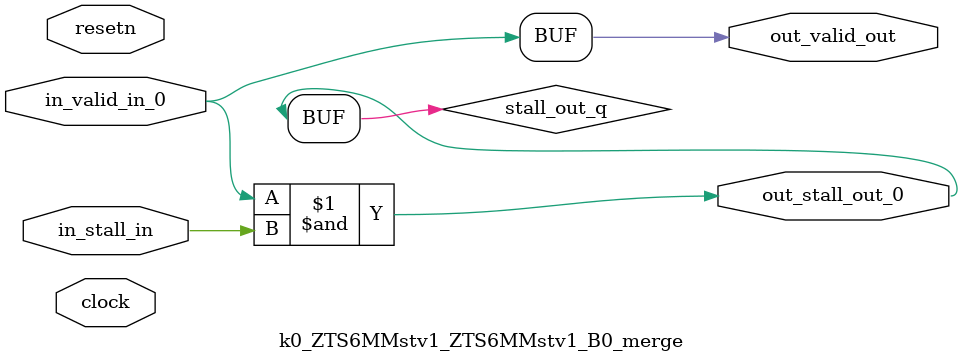
<source format=sv>



(* altera_attribute = "-name AUTO_SHIFT_REGISTER_RECOGNITION OFF; -name MESSAGE_DISABLE 10036; -name MESSAGE_DISABLE 10037; -name MESSAGE_DISABLE 14130; -name MESSAGE_DISABLE 14320; -name MESSAGE_DISABLE 15400; -name MESSAGE_DISABLE 14130; -name MESSAGE_DISABLE 10036; -name MESSAGE_DISABLE 12020; -name MESSAGE_DISABLE 12030; -name MESSAGE_DISABLE 12010; -name MESSAGE_DISABLE 12110; -name MESSAGE_DISABLE 14320; -name MESSAGE_DISABLE 13410; -name MESSAGE_DISABLE 113007; -name MESSAGE_DISABLE 10958" *)
module k0_ZTS6MMstv1_ZTS6MMstv1_B0_merge (
    input wire [0:0] in_stall_in,
    input wire [0:0] in_valid_in_0,
    output wire [0:0] out_stall_out_0,
    output wire [0:0] out_valid_out,
    input wire clock,
    input wire resetn
    );

    wire [0:0] stall_out_q;


    // stall_out(LOGICAL,6)
    assign stall_out_q = in_valid_in_0 & in_stall_in;

    // out_stall_out_0(GPOUT,4)
    assign out_stall_out_0 = stall_out_q;

    // out_valid_out(GPOUT,5)
    assign out_valid_out = in_valid_in_0;

endmodule

</source>
